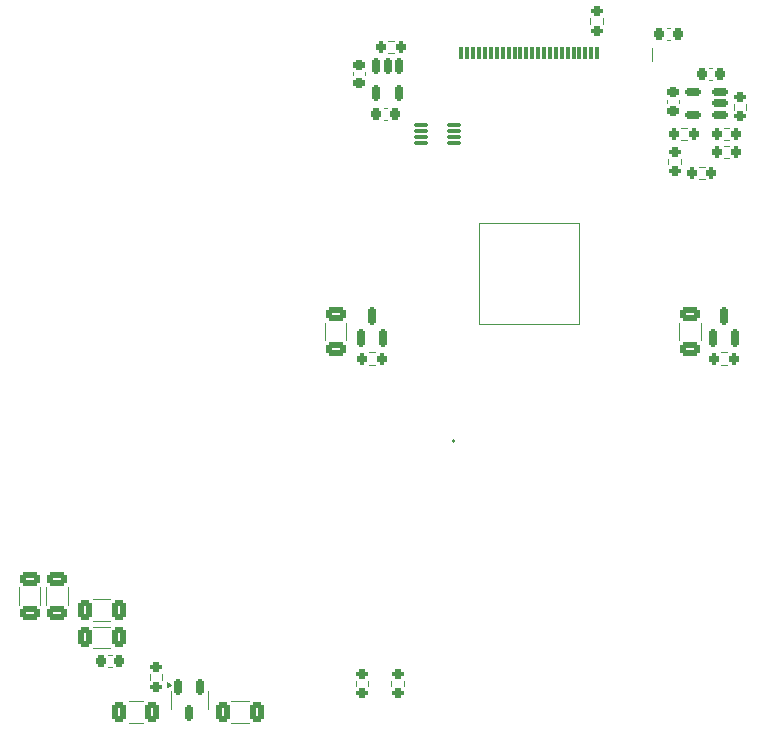
<source format=gbr>
%TF.GenerationSoftware,KiCad,Pcbnew,9.0.6+1*%
%TF.CreationDate,2026-01-21T18:29:13+00:00*%
%TF.ProjectId,Mainboard,4d61696e-626f-4617-9264-2e6b69636164,1.0.0 + (Unreleased)*%
%TF.SameCoordinates,Original*%
%TF.FileFunction,Legend,Bot*%
%TF.FilePolarity,Positive*%
%FSLAX46Y46*%
G04 Gerber Fmt 4.6, Leading zero omitted, Abs format (unit mm)*
G04 Created by KiCad (PCBNEW 9.0.6+1) date 2026-01-21 18:29:13*
%MOMM*%
%LPD*%
G01*
G04 APERTURE LIST*
G04 Aperture macros list*
%AMRoundRect*
0 Rectangle with rounded corners*
0 $1 Rounding radius*
0 $2 $3 $4 $5 $6 $7 $8 $9 X,Y pos of 4 corners*
0 Add a 4 corners polygon primitive as box body*
4,1,4,$2,$3,$4,$5,$6,$7,$8,$9,$2,$3,0*
0 Add four circle primitives for the rounded corners*
1,1,$1+$1,$2,$3*
1,1,$1+$1,$4,$5*
1,1,$1+$1,$6,$7*
1,1,$1+$1,$8,$9*
0 Add four rect primitives between the rounded corners*
20,1,$1+$1,$2,$3,$4,$5,0*
20,1,$1+$1,$4,$5,$6,$7,0*
20,1,$1+$1,$6,$7,$8,$9,0*
20,1,$1+$1,$8,$9,$2,$3,0*%
%AMFreePoly0*
4,1,7,1.050000,-0.975000,-1.050000,-0.975000,-1.050000,0.625000,-0.250000,0.625000,-0.250000,0.975000,1.050000,0.975000,1.050000,-0.975000,1.050000,-0.975000,$1*%
%AMFreePoly1*
4,1,7,0.250000,0.625000,1.050000,0.625000,1.050000,-0.975000,-1.050000,-0.975000,-1.050000,0.975000,0.250000,0.975000,0.250000,0.625000,0.250000,0.625000,$1*%
G04 Aperture macros list end*
%ADD10C,0.050000*%
%ADD11C,0.120000*%
%ADD12C,0.200000*%
%ADD13C,0.800000*%
%ADD14C,5.000000*%
%ADD15C,1.500000*%
%ADD16C,1.800000*%
%ADD17O,2.200000X3.500000*%
%ADD18R,1.500000X2.500000*%
%ADD19O,1.500000X2.500000*%
%ADD20C,0.650000*%
%ADD21RoundRect,0.225000X0.225000X0.250000X-0.225000X0.250000X-0.225000X-0.250000X0.225000X-0.250000X0*%
%ADD22R,0.650000X0.850000*%
%ADD23RoundRect,0.225000X-0.250000X0.225000X-0.250000X-0.225000X0.250000X-0.225000X0.250000X0.225000X0*%
%ADD24RoundRect,0.075000X0.075000X0.475000X-0.075000X0.475000X-0.075000X-0.475000X0.075000X-0.475000X0*%
%ADD25FreePoly0,180.000000*%
%ADD26FreePoly1,180.000000*%
%ADD27RoundRect,0.200000X0.275000X-0.200000X0.275000X0.200000X-0.275000X0.200000X-0.275000X-0.200000X0*%
%ADD28RoundRect,0.250000X-0.625000X0.312500X-0.625000X-0.312500X0.625000X-0.312500X0.625000X0.312500X0*%
%ADD29RoundRect,0.200000X-0.275000X0.200000X-0.275000X-0.200000X0.275000X-0.200000X0.275000X0.200000X0*%
%ADD30RoundRect,0.150000X-0.150000X0.512500X-0.150000X-0.512500X0.150000X-0.512500X0.150000X0.512500X0*%
%ADD31RoundRect,0.200000X0.200000X0.275000X-0.200000X0.275000X-0.200000X-0.275000X0.200000X-0.275000X0*%
%ADD32R,0.650000X0.170000*%
%ADD33R,0.500000X3.300000*%
%ADD34R,1.300000X3.300000*%
%ADD35RoundRect,0.200000X-0.200000X-0.275000X0.200000X-0.275000X0.200000X0.275000X-0.200000X0.275000X0*%
%ADD36C,2.200000*%
%ADD37C,2.600000*%
%ADD38C,1.850000*%
%ADD39RoundRect,0.250000X-0.312500X-0.625000X0.312500X-0.625000X0.312500X0.625000X-0.312500X0.625000X0*%
%ADD40R,0.650000X1.100000*%
%ADD41R,0.650000X0.650000*%
%ADD42R,1.100000X0.650000*%
%ADD43R,0.840000X0.500000*%
%ADD44R,0.500000X0.840000*%
%ADD45RoundRect,0.087500X0.537500X0.087500X-0.537500X0.087500X-0.537500X-0.087500X0.537500X-0.087500X0*%
%ADD46RoundRect,0.225000X-0.225000X-0.250000X0.225000X-0.250000X0.225000X0.250000X-0.225000X0.250000X0*%
%ADD47RoundRect,0.150000X0.512500X0.150000X-0.512500X0.150000X-0.512500X-0.150000X0.512500X-0.150000X0*%
%ADD48RoundRect,0.250000X-0.375000X-0.625000X0.375000X-0.625000X0.375000X0.625000X-0.375000X0.625000X0*%
%ADD49RoundRect,0.150000X0.150000X-0.587500X0.150000X0.587500X-0.150000X0.587500X-0.150000X-0.587500X0*%
%ADD50RoundRect,0.250000X0.625000X-0.312500X0.625000X0.312500X-0.625000X0.312500X-0.625000X-0.312500X0*%
G04 APERTURE END LIST*
D10*
X211750000Y-152750000D02*
X220250000Y-152750000D01*
X220250000Y-161250000D01*
X211750000Y-161250000D01*
X211750000Y-152750000D01*
D11*
%TO.C,C702*%
X180640581Y-189290000D02*
X180359419Y-189290000D01*
X180640581Y-190310000D02*
X180359419Y-190310000D01*
%TO.C,Y1201*%
X226375000Y-139000000D02*
X226375000Y-137860000D01*
%TO.C,C804*%
X227690000Y-142284419D02*
X227690000Y-142565581D01*
X228710000Y-142284419D02*
X228710000Y-142565581D01*
%TO.C,R802*%
X233321250Y-143112258D02*
X233321250Y-142637742D01*
X234366250Y-143112258D02*
X234366250Y-142637742D01*
%TO.C,R1104*%
X198690000Y-161172936D02*
X198690000Y-162627064D01*
X200510000Y-161172936D02*
X200510000Y-162627064D01*
%TO.C,C802*%
X201065001Y-139934419D02*
X201065001Y-140215581D01*
X202085001Y-139934419D02*
X202085001Y-140215581D01*
%TO.C,R709*%
X183877500Y-190900242D02*
X183877500Y-191374758D01*
X184922500Y-190900242D02*
X184922500Y-191374758D01*
%TO.C,Q701*%
X185640000Y-193100000D02*
X185640000Y-192300000D01*
X185640000Y-193100000D02*
X185640000Y-193900000D01*
X188760000Y-193100000D02*
X188760000Y-192300000D01*
X188760000Y-193100000D02*
X188760000Y-193900000D01*
X185690000Y-191800000D02*
X185360000Y-192040000D01*
X185360000Y-191560000D01*
X185690000Y-191800000D01*
G36*
X185690000Y-191800000D02*
G01*
X185360000Y-192040000D01*
X185360000Y-191560000D01*
X185690000Y-191800000D01*
G37*
%TO.C,R1106*%
X228690000Y-161172936D02*
X228690000Y-162627064D01*
X230510000Y-161172936D02*
X230510000Y-162627064D01*
%TO.C,R801*%
X204512258Y-137277500D02*
X204037742Y-137277500D01*
X204512258Y-138322500D02*
X204037742Y-138322500D01*
%TO.C,R1206*%
X230362742Y-147977500D02*
X230837258Y-147977500D01*
X230362742Y-149022500D02*
X230837258Y-149022500D01*
%TO.C,R1103*%
X202462742Y-163677500D02*
X202937258Y-163677500D01*
X202462742Y-164722500D02*
X202937258Y-164722500D01*
%TO.C,R711*%
X190772936Y-193190000D02*
X192227064Y-193190000D01*
X190772936Y-195010000D02*
X192227064Y-195010000D01*
D12*
%TO.C,X1001*%
X209678000Y-171154000D02*
G75*
G02*
X209478000Y-171154000I-100000J0D01*
G01*
X209478000Y-171154000D02*
G75*
G02*
X209678000Y-171154000I100000J0D01*
G01*
D11*
%TO.C,C803*%
X231503081Y-139590000D02*
X231221919Y-139590000D01*
X231503081Y-140610000D02*
X231221919Y-140610000D01*
%TO.C,R1208*%
X232462742Y-144677500D02*
X232937258Y-144677500D01*
X232462742Y-145722500D02*
X232937258Y-145722500D01*
%TO.C,C805*%
X203684419Y-142990000D02*
X203965581Y-142990000D01*
X203684419Y-144010000D02*
X203965581Y-144010000D01*
%TO.C,R705*%
X179085436Y-184590000D02*
X180539564Y-184590000D01*
X179085436Y-186410000D02*
X180539564Y-186410000D01*
%TO.C,F701*%
X182072936Y-193200000D02*
X183277064Y-193200000D01*
X182072936Y-195020000D02*
X183277064Y-195020000D01*
%TO.C,R1105*%
X232262742Y-163677500D02*
X232737258Y-163677500D01*
X232262742Y-164722500D02*
X232737258Y-164722500D01*
%TO.C,R707*%
X179085436Y-186890000D02*
X180539564Y-186890000D01*
X179085436Y-188710000D02*
X180539564Y-188710000D01*
%TO.C,C1201*%
X227634419Y-136215000D02*
X227915581Y-136215000D01*
X227634419Y-137235000D02*
X227915581Y-137235000D01*
%TO.C,R706*%
X175090000Y-183572936D02*
X175090000Y-185027064D01*
X176910000Y-183572936D02*
X176910000Y-185027064D01*
%TO.C,R702*%
X201327500Y-191937258D02*
X201327500Y-191462742D01*
X202372500Y-191937258D02*
X202372500Y-191462742D01*
%TO.C,R701*%
X204327500Y-191937258D02*
X204327500Y-191462742D01*
X205372500Y-191937258D02*
X205372500Y-191462742D01*
%TO.C,R1204*%
X227777500Y-147262742D02*
X227777500Y-147737258D01*
X228822500Y-147262742D02*
X228822500Y-147737258D01*
%TO.C,R708*%
X172790000Y-185027064D02*
X172790000Y-183572936D01*
X174610000Y-185027064D02*
X174610000Y-183572936D01*
%TO.C,R1201*%
X221177500Y-135837258D02*
X221177500Y-135362742D01*
X222222500Y-135837258D02*
X222222500Y-135362742D01*
%TO.C,R1207*%
X232462742Y-146177500D02*
X232937258Y-146177500D01*
X232462742Y-147222500D02*
X232937258Y-147222500D01*
%TO.C,R1205*%
X228862742Y-144677500D02*
X229337258Y-144677500D01*
X228862742Y-145722500D02*
X229337258Y-145722500D01*
%TD*%
%LPC*%
D13*
%TO.C,REF\u002A\u002A*%
X259125000Y-123000000D03*
X259674175Y-121674175D03*
X259674175Y-124325825D03*
X261000000Y-121125000D03*
D14*
X261000000Y-123000000D03*
D13*
X261000000Y-124875000D03*
X262325825Y-121674175D03*
X262325825Y-124325825D03*
X262875000Y-123000000D03*
%TD*%
D15*
%TO.C,SW901*%
X242550000Y-195550000D03*
X238050000Y-195550000D03*
D16*
X236800000Y-193050000D03*
X243800000Y-193050000D03*
%TD*%
D13*
%TO.C,REF\u002A\u002A*%
X259125000Y-193000000D03*
X259674175Y-191674175D03*
X259674175Y-194325825D03*
X261000000Y-191125000D03*
D14*
X261000000Y-193000000D03*
D13*
X261000000Y-194875000D03*
X262325825Y-191674175D03*
X262325825Y-194325825D03*
X262875000Y-193000000D03*
%TD*%
%TO.C,REF\u002A\u002A*%
X163125000Y-193000000D03*
X163674175Y-191674175D03*
X163674175Y-194325825D03*
X165000000Y-191125000D03*
D14*
X165000000Y-193000000D03*
D13*
X165000000Y-194875000D03*
X166325825Y-191674175D03*
X166325825Y-194325825D03*
X166875000Y-193000000D03*
%TD*%
D17*
%TO.C,SW701*%
X221700000Y-195700000D03*
X229900000Y-195700000D03*
D18*
X223800000Y-195700000D03*
D19*
X225800000Y-195700000D03*
X227800000Y-195700000D03*
%TD*%
D13*
%TO.C,REF\u002A\u002A*%
X163125000Y-123000000D03*
X163674175Y-121674175D03*
X163674175Y-124325825D03*
X165000000Y-121125000D03*
D14*
X165000000Y-123000000D03*
D13*
X165000000Y-124875000D03*
X166325825Y-121674175D03*
X166325825Y-124325825D03*
X166875000Y-123000000D03*
%TD*%
D20*
%TO.C,X701*%
X200210000Y-191695000D03*
X205990000Y-191695000D03*
%TD*%
D21*
%TO.C,C702*%
X181275000Y-189800000D03*
X179725000Y-189800000D03*
%TD*%
D22*
%TO.C,Y1201*%
X226900000Y-138225000D03*
X228550000Y-138225000D03*
X228550000Y-139775000D03*
X226900000Y-139775000D03*
%TD*%
D23*
%TO.C,C804*%
X228200000Y-141650000D03*
X228200000Y-143200000D03*
%TD*%
D24*
%TO.C,X1201*%
X221750000Y-138300000D03*
X221250000Y-138300000D03*
X220750000Y-138300000D03*
X220250000Y-138300000D03*
X219750000Y-138300000D03*
X219250000Y-138300000D03*
X218750000Y-138300000D03*
X218250000Y-138300000D03*
X217750000Y-138300000D03*
X217250000Y-138300000D03*
X216750000Y-138300000D03*
X216250000Y-138300000D03*
X215750000Y-138300000D03*
X215250000Y-138300000D03*
X214750000Y-138300000D03*
X214250000Y-138300000D03*
X213750000Y-138300000D03*
X213250000Y-138300000D03*
X212750000Y-138300000D03*
X212250000Y-138300000D03*
X211750000Y-138300000D03*
X211250000Y-138300000D03*
X210750000Y-138300000D03*
X210250000Y-138300000D03*
D25*
X224000000Y-139425000D03*
D26*
X208000000Y-139425000D03*
%TD*%
D27*
%TO.C,R802*%
X233843750Y-143700000D03*
X233843750Y-142050000D03*
%TD*%
D28*
%TO.C,R1104*%
X199600000Y-160437500D03*
X199600000Y-163362500D03*
%TD*%
D23*
%TO.C,C802*%
X201575001Y-139300000D03*
X201575001Y-140850000D03*
%TD*%
D29*
%TO.C,R709*%
X184400000Y-190312500D03*
X184400000Y-191962500D03*
%TD*%
D30*
%TO.C,Q701*%
X186250000Y-191962500D03*
X188150000Y-191962500D03*
X187200000Y-194237500D03*
%TD*%
D28*
%TO.C,R1106*%
X229600000Y-160437500D03*
X229600000Y-163362500D03*
%TD*%
D31*
%TO.C,R801*%
X205100000Y-137800000D03*
X203450000Y-137800000D03*
%TD*%
D32*
%TO.C,IC1202*%
X229900000Y-147300000D03*
X229899999Y-146950000D03*
X229899999Y-146600000D03*
X229900000Y-146250000D03*
X230749998Y-146250000D03*
X230749999Y-146600000D03*
X230749999Y-146950000D03*
X230749998Y-147300000D03*
%TD*%
D33*
%TO.C,D1102*%
X232399999Y-157000000D03*
X229600001Y-157000000D03*
D34*
X231000000Y-157000000D03*
%TD*%
D35*
%TO.C,R1206*%
X229775000Y-148500000D03*
X231425000Y-148500000D03*
%TD*%
%TO.C,R1103*%
X201875000Y-164200000D03*
X203525000Y-164200000D03*
%TD*%
D36*
%TO.C,X901*%
X240370000Y-122030000D03*
D37*
X231560000Y-124570000D03*
D38*
X232790000Y-122030000D03*
X234060000Y-124570000D03*
X235330000Y-122030000D03*
X236600000Y-124570001D03*
X237870000Y-122030000D03*
X239140000Y-124570000D03*
%TD*%
D39*
%TO.C,R711*%
X190037500Y-194100000D03*
X192962500Y-194100000D03*
%TD*%
D33*
%TO.C,D1101*%
X202399999Y-157000000D03*
X199600001Y-157000000D03*
D34*
X201000000Y-157000000D03*
%TD*%
D40*
%TO.C,X1001*%
X210695000Y-164175000D03*
D41*
X210695000Y-165300000D03*
X210695000Y-166200000D03*
X210695000Y-167100000D03*
X210695000Y-168000000D03*
X210695000Y-168900000D03*
X210695000Y-169800000D03*
X210695000Y-170700000D03*
D40*
X210695000Y-171825000D03*
D42*
X212175000Y-162695000D03*
X212175000Y-173305000D03*
D41*
X213300000Y-162695000D03*
X213300000Y-173305000D03*
X214200000Y-162695000D03*
X214200000Y-173305000D03*
X215100000Y-162695000D03*
X215100000Y-173305000D03*
X216000000Y-162695000D03*
X216000000Y-173305000D03*
X216900000Y-162695000D03*
X216900000Y-173305000D03*
X217800000Y-162695000D03*
X217800000Y-173305000D03*
X218700000Y-162695000D03*
X218700000Y-173305000D03*
D42*
X219825000Y-162695000D03*
X219825000Y-173305000D03*
D40*
X221305000Y-164175000D03*
D41*
X221305000Y-165300000D03*
X221305000Y-166200000D03*
X221305000Y-167100000D03*
X221305000Y-168000000D03*
X221305000Y-168900000D03*
X221305000Y-169800000D03*
X221305000Y-170700000D03*
D40*
X221305000Y-171825000D03*
D43*
X211690000Y-171150000D03*
X211690000Y-170250000D03*
X211690000Y-169350000D03*
X211690000Y-168450000D03*
X211690000Y-167550000D03*
X211690000Y-166650000D03*
X211690000Y-165750000D03*
X211690000Y-164850000D03*
D44*
X212850000Y-163690000D03*
X213750000Y-163690000D03*
X214650000Y-163690000D03*
X215550000Y-163690000D03*
X216450000Y-163690000D03*
X217350000Y-163690000D03*
X218250000Y-163690000D03*
X219150000Y-163690000D03*
D43*
X220310000Y-164850000D03*
X220310000Y-165750000D03*
X220310000Y-166650000D03*
X220310000Y-167550000D03*
X220310000Y-168450000D03*
X220310000Y-169350000D03*
X220310000Y-170250000D03*
X220310000Y-171150000D03*
D44*
X219150000Y-172310000D03*
X218250000Y-172310000D03*
X217350000Y-172310000D03*
X216450000Y-172310000D03*
X215550000Y-172310000D03*
X214650000Y-172310000D03*
X213750000Y-172310000D03*
X212850000Y-172310000D03*
%TD*%
D45*
%TO.C,IC1201*%
X209600000Y-144449999D03*
X209600000Y-144950000D03*
X209600000Y-145450000D03*
X209600000Y-145950001D03*
X206800000Y-145950001D03*
X206800000Y-145450000D03*
X206800000Y-144950000D03*
X206800000Y-144449999D03*
%TD*%
D21*
%TO.C,C803*%
X232137500Y-140100000D03*
X230587500Y-140100000D03*
%TD*%
D35*
%TO.C,R1208*%
X231875000Y-145200000D03*
X233525000Y-145200000D03*
%TD*%
D46*
%TO.C,C805*%
X203050000Y-143500000D03*
X204600000Y-143500000D03*
%TD*%
D39*
%TO.C,R705*%
X178350000Y-185500000D03*
X181275000Y-185500000D03*
%TD*%
D47*
%TO.C,IC802*%
X232137500Y-141650000D03*
X232137500Y-142600000D03*
X232137500Y-143550000D03*
X229862500Y-143550000D03*
X229862500Y-141650000D03*
%TD*%
D48*
%TO.C,F701*%
X181275000Y-194110000D03*
X184075000Y-194110000D03*
%TD*%
D49*
%TO.C,Q1102*%
X233450000Y-162437500D03*
X231550000Y-162437500D03*
X232500000Y-160562500D03*
%TD*%
D35*
%TO.C,R1105*%
X231675000Y-164200000D03*
X233325000Y-164200000D03*
%TD*%
D39*
%TO.C,R707*%
X178350000Y-187800000D03*
X181275000Y-187800000D03*
%TD*%
D46*
%TO.C,C1201*%
X227000000Y-136725000D03*
X228550000Y-136725000D03*
%TD*%
D28*
%TO.C,R706*%
X176000000Y-182837500D03*
X176000000Y-185762500D03*
%TD*%
D49*
%TO.C,Q1101*%
X203650000Y-162437500D03*
X201750000Y-162437500D03*
X202700000Y-160562500D03*
%TD*%
D30*
%TO.C,IC803*%
X203050000Y-139462500D03*
X204000000Y-139462500D03*
X204950000Y-139462500D03*
X204950000Y-141737500D03*
X203050000Y-141737500D03*
%TD*%
D27*
%TO.C,R702*%
X201850000Y-192525000D03*
X201850000Y-190875000D03*
%TD*%
%TO.C,R701*%
X204850000Y-192525000D03*
X204850000Y-190875000D03*
%TD*%
D29*
%TO.C,R1204*%
X228300000Y-146675000D03*
X228300000Y-148325000D03*
%TD*%
D50*
%TO.C,R708*%
X173700000Y-185762500D03*
X173700000Y-182837500D03*
%TD*%
D27*
%TO.C,R1201*%
X221700000Y-136425000D03*
X221700000Y-134775000D03*
%TD*%
D35*
%TO.C,R1207*%
X231875000Y-146700000D03*
X233525000Y-146700000D03*
%TD*%
%TO.C,R1205*%
X228275000Y-145200000D03*
X229925000Y-145200000D03*
%TD*%
%LPD*%
M02*

</source>
